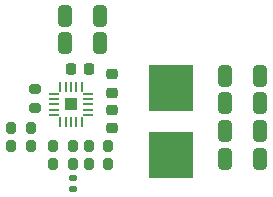
<source format=gbr>
%TF.GenerationSoftware,KiCad,Pcbnew,8.99.0-334-gf341ab9b00*%
%TF.CreationDate,2024-09-09T23:07:31-04:00*%
%TF.ProjectId,Buck Converter,4275636b-2043-46f6-9e76-65727465722e,V1*%
%TF.SameCoordinates,Original*%
%TF.FileFunction,Paste,Top*%
%TF.FilePolarity,Positive*%
%FSLAX46Y46*%
G04 Gerber Fmt 4.6, Leading zero omitted, Abs format (unit mm)*
G04 Created by KiCad (PCBNEW 8.99.0-334-gf341ab9b00) date 2024-09-09 23:07:31*
%MOMM*%
%LPD*%
G01*
G04 APERTURE LIST*
G04 Aperture macros list*
%AMRoundRect*
0 Rectangle with rounded corners*
0 $1 Rounding radius*
0 $2 $3 $4 $5 $6 $7 $8 $9 X,Y pos of 4 corners*
0 Add a 4 corners polygon primitive as box body*
4,1,4,$2,$3,$4,$5,$6,$7,$8,$9,$2,$3,0*
0 Add four circle primitives for the rounded corners*
1,1,$1+$1,$2,$3*
1,1,$1+$1,$4,$5*
1,1,$1+$1,$6,$7*
1,1,$1+$1,$8,$9*
0 Add four rect primitives between the rounded corners*
20,1,$1+$1,$2,$3,$4,$5,0*
20,1,$1+$1,$4,$5,$6,$7,0*
20,1,$1+$1,$6,$7,$8,$9,0*
20,1,$1+$1,$8,$9,$2,$3,0*%
G04 Aperture macros list end*
%ADD10RoundRect,0.250000X-0.325000X-0.650000X0.325000X-0.650000X0.325000X0.650000X-0.325000X0.650000X0*%
%ADD11O,0.250000X0.850000*%
%ADD12O,0.850000X0.250000*%
%ADD13R,1.075000X1.026000*%
%ADD14RoundRect,0.200000X0.200000X0.275000X-0.200000X0.275000X-0.200000X-0.275000X0.200000X-0.275000X0*%
%ADD15RoundRect,0.200000X-0.200000X-0.275000X0.200000X-0.275000X0.200000X0.275000X-0.200000X0.275000X0*%
%ADD16RoundRect,0.225000X0.250000X-0.225000X0.250000X0.225000X-0.250000X0.225000X-0.250000X-0.225000X0*%
%ADD17R,3.800000X4.000000*%
%ADD18RoundRect,0.225000X0.225000X0.250000X-0.225000X0.250000X-0.225000X-0.250000X0.225000X-0.250000X0*%
%ADD19RoundRect,0.200000X-0.275000X0.200000X-0.275000X-0.200000X0.275000X-0.200000X0.275000X0.200000X0*%
%ADD20RoundRect,0.140000X-0.170000X0.140000X-0.170000X-0.140000X0.170000X-0.140000X0.170000X0.140000X0*%
%ADD21RoundRect,0.225000X-0.250000X0.225000X-0.250000X-0.225000X0.250000X-0.225000X0.250000X0.225000X0*%
%ADD22RoundRect,0.250000X0.325000X0.650000X-0.325000X0.650000X-0.325000X-0.650000X0.325000X-0.650000X0*%
G04 APERTURE END LIST*
D10*
%TO.C,C6*%
X172050000Y-108100000D03*
X175000000Y-108100000D03*
%TD*%
D11*
%TO.C,IC1*%
X159900000Y-102050000D03*
X159450000Y-102050000D03*
X159000000Y-102050000D03*
X158550000Y-102050000D03*
X158100000Y-102050000D03*
D12*
X157550000Y-102600000D03*
X157550000Y-103050000D03*
X157550000Y-103500000D03*
X157550000Y-103950000D03*
X157550000Y-104400000D03*
D11*
X158100000Y-104950000D03*
X158550000Y-104950000D03*
X159000000Y-104950000D03*
X159450000Y-104950000D03*
X159900000Y-104950000D03*
D12*
X160450000Y-104400000D03*
X160450000Y-103950000D03*
X160450000Y-103500000D03*
X160450000Y-103050000D03*
X160450000Y-102600000D03*
D13*
X159000000Y-103500000D03*
%TD*%
D14*
%TO.C,R5*%
X159150000Y-107000000D03*
X157500000Y-107000000D03*
%TD*%
D15*
%TO.C,R2*%
X153962500Y-105500000D03*
X155612500Y-105500000D03*
%TD*%
D16*
%TO.C,C4*%
X162500000Y-105500000D03*
X162500000Y-103950000D03*
%TD*%
D15*
%TO.C,R4*%
X157500000Y-108500000D03*
X159150000Y-108500000D03*
%TD*%
D10*
%TO.C,C9*%
X172050000Y-101050000D03*
X175000000Y-101050000D03*
%TD*%
D15*
%TO.C,R6*%
X160500000Y-108500000D03*
X162150000Y-108500000D03*
%TD*%
D17*
%TO.C,L1*%
X167475000Y-102075000D03*
X167475000Y-107775000D03*
%TD*%
D10*
%TO.C,C8*%
X172050000Y-103400000D03*
X175000000Y-103400000D03*
%TD*%
D18*
%TO.C,C1*%
X160550000Y-100500000D03*
X159000000Y-100500000D03*
%TD*%
D10*
%TO.C,C7*%
X172050000Y-105750000D03*
X175000000Y-105750000D03*
%TD*%
D19*
%TO.C,R3*%
X156000000Y-102175000D03*
X156000000Y-103825000D03*
%TD*%
D20*
%TO.C,C5*%
X159175000Y-109695000D03*
X159175000Y-110655000D03*
%TD*%
D21*
%TO.C,C10*%
X162500000Y-100950000D03*
X162500000Y-102500000D03*
%TD*%
D15*
%TO.C,R7*%
X160500000Y-107000000D03*
X162150000Y-107000000D03*
%TD*%
D14*
%TO.C,R1*%
X155600000Y-107000000D03*
X153950000Y-107000000D03*
%TD*%
D22*
%TO.C,C2*%
X161425000Y-98325000D03*
X158475000Y-98325000D03*
%TD*%
%TO.C,C3*%
X161425000Y-95975000D03*
X158475000Y-95975000D03*
%TD*%
M02*

</source>
